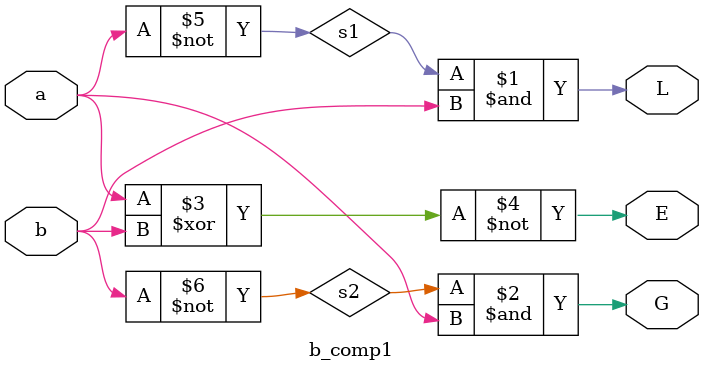
<source format=v>
module b_comp1 (a, b, L, E,G);
input a, b; output L, E, G;
wire s1, s2;
not X1(s1, a);
not X2 (s2, b);
and X3 (L,s1, b);
and X4 (G,s2, a);
xnor X5 (E, a, b);
endmodule

</source>
